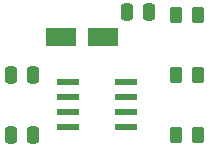
<source format=gbr>
%TF.GenerationSoftware,KiCad,Pcbnew,(6.0.5)*%
%TF.CreationDate,2022-06-14T11:23:11-03:00*%
%TF.ProjectId,Retro Video Amp,52657472-6f20-4566-9964-656f20416d70,rev?*%
%TF.SameCoordinates,Original*%
%TF.FileFunction,Paste,Top*%
%TF.FilePolarity,Positive*%
%FSLAX46Y46*%
G04 Gerber Fmt 4.6, Leading zero omitted, Abs format (unit mm)*
G04 Created by KiCad (PCBNEW (6.0.5)) date 2022-06-14 11:23:11*
%MOMM*%
%LPD*%
G01*
G04 APERTURE LIST*
G04 Aperture macros list*
%AMRoundRect*
0 Rectangle with rounded corners*
0 $1 Rounding radius*
0 $2 $3 $4 $5 $6 $7 $8 $9 X,Y pos of 4 corners*
0 Add a 4 corners polygon primitive as box body*
4,1,4,$2,$3,$4,$5,$6,$7,$8,$9,$2,$3,0*
0 Add four circle primitives for the rounded corners*
1,1,$1+$1,$2,$3*
1,1,$1+$1,$4,$5*
1,1,$1+$1,$6,$7*
1,1,$1+$1,$8,$9*
0 Add four rect primitives between the rounded corners*
20,1,$1+$1,$2,$3,$4,$5,0*
20,1,$1+$1,$4,$5,$6,$7,0*
20,1,$1+$1,$6,$7,$8,$9,0*
20,1,$1+$1,$8,$9,$2,$3,0*%
G04 Aperture macros list end*
%ADD10RoundRect,0.250000X-0.250000X-0.475000X0.250000X-0.475000X0.250000X0.475000X-0.250000X0.475000X0*%
%ADD11RoundRect,0.250000X0.262500X0.450000X-0.262500X0.450000X-0.262500X-0.450000X0.262500X-0.450000X0*%
%ADD12RoundRect,0.250000X-1.050000X-0.550000X1.050000X-0.550000X1.050000X0.550000X-1.050000X0.550000X0*%
%ADD13R,1.981200X0.508000*%
%ADD14RoundRect,0.250000X-0.262500X-0.450000X0.262500X-0.450000X0.262500X0.450000X-0.262500X0.450000X0*%
G04 APERTURE END LIST*
D10*
%TO.C,C2*%
X35060000Y-16920000D03*
X36960000Y-16920000D03*
%TD*%
D11*
%TO.C,R3*%
X41095300Y-27305000D03*
X39270300Y-27305000D03*
%TD*%
D10*
%TO.C,C4*%
X25262800Y-27305000D03*
X27162800Y-27305000D03*
%TD*%
D12*
%TO.C,C1*%
X29492800Y-19050000D03*
X33092800Y-19050000D03*
%TD*%
D13*
%TO.C,U1*%
X30099000Y-22860000D03*
X30099000Y-24130000D03*
X30099000Y-25400000D03*
X30099000Y-26670000D03*
X35026600Y-26670000D03*
X35026600Y-25400000D03*
X35026600Y-24130000D03*
X35026600Y-22860000D03*
%TD*%
D14*
%TO.C,R2*%
X39270300Y-22225000D03*
X41095300Y-22225000D03*
%TD*%
%TO.C,R1*%
X39270300Y-17145000D03*
X41095300Y-17145000D03*
%TD*%
D10*
%TO.C,C3*%
X25262800Y-22225000D03*
X27162800Y-22225000D03*
%TD*%
M02*

</source>
